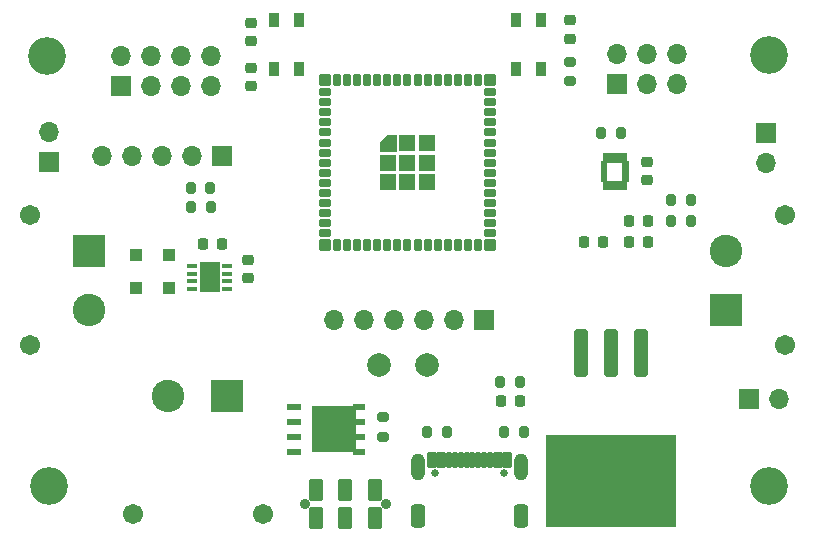
<source format=gbr>
%TF.GenerationSoftware,KiCad,Pcbnew,8.0.5*%
%TF.CreationDate,2024-10-31T19:08:10-07:00*%
%TF.ProjectId,PIG-19,5049472d-3139-42e6-9b69-6361645f7063,rev?*%
%TF.SameCoordinates,Original*%
%TF.FileFunction,Soldermask,Top*%
%TF.FilePolarity,Negative*%
%FSLAX46Y46*%
G04 Gerber Fmt 4.6, Leading zero omitted, Abs format (unit mm)*
G04 Created by KiCad (PCBNEW 8.0.5) date 2024-10-31 19:08:10*
%MOMM*%
%LPD*%
G01*
G04 APERTURE LIST*
G04 Aperture macros list*
%AMRoundRect*
0 Rectangle with rounded corners*
0 $1 Rounding radius*
0 $2 $3 $4 $5 $6 $7 $8 $9 X,Y pos of 4 corners*
0 Add a 4 corners polygon primitive as box body*
4,1,4,$2,$3,$4,$5,$6,$7,$8,$9,$2,$3,0*
0 Add four circle primitives for the rounded corners*
1,1,$1+$1,$2,$3*
1,1,$1+$1,$4,$5*
1,1,$1+$1,$6,$7*
1,1,$1+$1,$8,$9*
0 Add four rect primitives between the rounded corners*
20,1,$1+$1,$2,$3,$4,$5,0*
20,1,$1+$1,$4,$5,$6,$7,0*
20,1,$1+$1,$6,$7,$8,$9,0*
20,1,$1+$1,$8,$9,$2,$3,0*%
G04 Aperture macros list end*
%ADD10C,0.010000*%
%ADD11R,1.700000X1.700000*%
%ADD12O,1.700000X1.700000*%
%ADD13RoundRect,0.200000X-0.200000X-0.275000X0.200000X-0.275000X0.200000X0.275000X-0.200000X0.275000X0*%
%ADD14RoundRect,0.200000X0.200000X0.275000X-0.200000X0.275000X-0.200000X-0.275000X0.200000X-0.275000X0*%
%ADD15RoundRect,0.250000X0.300000X0.300000X-0.300000X0.300000X-0.300000X-0.300000X0.300000X-0.300000X0*%
%ADD16RoundRect,0.225000X0.225000X0.250000X-0.225000X0.250000X-0.225000X-0.250000X0.225000X-0.250000X0*%
%ADD17R,1.270000X0.610000*%
%ADD18R,3.810000X3.910000*%
%ADD19R,1.020000X0.610000*%
%ADD20C,3.200000*%
%ADD21RoundRect,0.200000X-0.275000X0.200000X-0.275000X-0.200000X0.275000X-0.200000X0.275000X0.200000X0*%
%ADD22RoundRect,0.102000X0.325000X-0.525000X0.325000X0.525000X-0.325000X0.525000X-0.325000X-0.525000X0*%
%ADD23RoundRect,0.218750X0.218750X0.256250X-0.218750X0.256250X-0.218750X-0.256250X0.218750X-0.256250X0*%
%ADD24C,2.000000*%
%ADD25RoundRect,0.225000X-0.225000X-0.250000X0.225000X-0.250000X0.225000X0.250000X-0.225000X0.250000X0*%
%ADD26C,2.754000*%
%ADD27RoundRect,0.102000X-1.275000X1.275000X-1.275000X-1.275000X1.275000X-1.275000X1.275000X1.275000X0*%
%ADD28C,1.712000*%
%ADD29RoundRect,0.225000X-0.250000X0.225000X-0.250000X-0.225000X0.250000X-0.225000X0.250000X0.225000X0*%
%ADD30RoundRect,0.102000X1.275000X1.275000X-1.275000X1.275000X-1.275000X-1.275000X1.275000X-1.275000X0*%
%ADD31C,0.650000*%
%ADD32RoundRect,0.102000X-0.300000X-0.575000X0.300000X-0.575000X0.300000X0.575000X-0.300000X0.575000X0*%
%ADD33RoundRect,0.102000X-0.150000X-0.575000X0.150000X-0.575000X0.150000X0.575000X-0.150000X0.575000X0*%
%ADD34O,1.204000X2.304000*%
%ADD35RoundRect,0.301000X-0.301000X-0.701000X0.301000X-0.701000X0.301000X0.701000X-0.301000X0.701000X0*%
%ADD36R,0.931065X0.302473*%
%ADD37R,1.749999X2.500000*%
%ADD38RoundRect,0.102000X-0.400000X-0.200000X0.400000X-0.200000X0.400000X0.200000X-0.400000X0.200000X0*%
%ADD39RoundRect,0.102000X-0.200000X-0.400000X0.200000X-0.400000X0.200000X0.400000X-0.200000X0.400000X0*%
%ADD40RoundRect,0.102000X-0.600000X-0.600000X0.600000X-0.600000X0.600000X0.600000X-0.600000X0.600000X0*%
%ADD41RoundRect,0.102000X-0.400000X-0.400000X0.400000X-0.400000X0.400000X0.400000X-0.400000X0.400000X0*%
%ADD42C,0.900000*%
%ADD43RoundRect,0.102000X-0.500000X-0.800000X0.500000X-0.800000X0.500000X0.800000X-0.500000X0.800000X0*%
%ADD44RoundRect,0.102000X0.500000X0.800000X-0.500000X0.800000X-0.500000X-0.800000X0.500000X-0.800000X0*%
%ADD45RoundRect,0.149250X-0.447750X1.847750X-0.447750X-1.847750X0.447750X-1.847750X0.447750X1.847750X0*%
%ADD46RoundRect,0.102000X-5.420000X3.810000X-5.420000X-3.810000X5.420000X-3.810000X5.420000X3.810000X0*%
%ADD47RoundRect,0.225000X0.250000X-0.225000X0.250000X0.225000X-0.250000X0.225000X-0.250000X-0.225000X0*%
%ADD48RoundRect,0.200000X0.275000X-0.200000X0.275000X0.200000X-0.275000X0.200000X-0.275000X-0.200000X0*%
%ADD49RoundRect,0.102000X1.275000X-1.275000X1.275000X1.275000X-1.275000X1.275000X-1.275000X-1.275000X0*%
G04 APERTURE END LIST*
D10*
%TO.C,MCU1*%
X158921955Y-67202518D02*
X157521955Y-67202518D01*
X157521955Y-66452518D01*
X158171955Y-65802518D01*
X158921955Y-65802518D01*
X158921955Y-67202518D01*
G36*
X158921955Y-67202518D02*
G01*
X157521955Y-67202518D01*
X157521955Y-66452518D01*
X158171955Y-65802518D01*
X158921955Y-65802518D01*
X158921955Y-67202518D01*
G37*
%TO.C,Accelerometer1*%
X176681955Y-68732518D02*
X176231955Y-68732518D01*
X176231955Y-68022518D01*
X176681955Y-68022518D01*
X176681955Y-68732518D01*
G36*
X176681955Y-68732518D02*
G01*
X176231955Y-68732518D01*
X176231955Y-68022518D01*
X176681955Y-68022518D01*
X176681955Y-68732518D01*
G37*
X176681955Y-69232518D02*
X176231955Y-69232518D01*
X176231955Y-68522518D01*
X176681955Y-68522518D01*
X176681955Y-69232518D01*
G36*
X176681955Y-69232518D02*
G01*
X176231955Y-69232518D01*
X176231955Y-68522518D01*
X176681955Y-68522518D01*
X176681955Y-69232518D01*
G37*
X176681955Y-69732518D02*
X176231955Y-69732518D01*
X176231955Y-69022518D01*
X176681955Y-69022518D01*
X176681955Y-69732518D01*
G36*
X176681955Y-69732518D02*
G01*
X176231955Y-69732518D01*
X176231955Y-69022518D01*
X176681955Y-69022518D01*
X176681955Y-69732518D01*
G37*
X176846955Y-68072518D02*
X176396955Y-68072518D01*
X176396955Y-67362518D01*
X176846955Y-67362518D01*
X176846955Y-68072518D01*
G36*
X176846955Y-68072518D02*
G01*
X176396955Y-68072518D01*
X176396955Y-67362518D01*
X176846955Y-67362518D01*
X176846955Y-68072518D01*
G37*
X176846955Y-70392518D02*
X176396955Y-70392518D01*
X176396955Y-69682518D01*
X176846955Y-69682518D01*
X176846955Y-70392518D01*
G36*
X176846955Y-70392518D02*
G01*
X176396955Y-70392518D01*
X176396955Y-69682518D01*
X176846955Y-69682518D01*
X176846955Y-70392518D01*
G37*
X177346955Y-68072518D02*
X176896955Y-68072518D01*
X176896955Y-67362518D01*
X177346955Y-67362518D01*
X177346955Y-68072518D01*
G36*
X177346955Y-68072518D02*
G01*
X176896955Y-68072518D01*
X176896955Y-67362518D01*
X177346955Y-67362518D01*
X177346955Y-68072518D01*
G37*
X177346955Y-70392518D02*
X176896955Y-70392518D01*
X176896955Y-69682518D01*
X177346955Y-69682518D01*
X177346955Y-70392518D01*
G36*
X177346955Y-70392518D02*
G01*
X176896955Y-70392518D01*
X176896955Y-69682518D01*
X177346955Y-69682518D01*
X177346955Y-70392518D01*
G37*
X177846955Y-68072518D02*
X177396955Y-68072518D01*
X177396955Y-67362518D01*
X177846955Y-67362518D01*
X177846955Y-68072518D01*
G36*
X177846955Y-68072518D02*
G01*
X177396955Y-68072518D01*
X177396955Y-67362518D01*
X177846955Y-67362518D01*
X177846955Y-68072518D01*
G37*
X177846955Y-70392518D02*
X177396955Y-70392518D01*
X177396955Y-69682518D01*
X177846955Y-69682518D01*
X177846955Y-70392518D01*
G36*
X177846955Y-70392518D02*
G01*
X177396955Y-70392518D01*
X177396955Y-69682518D01*
X177846955Y-69682518D01*
X177846955Y-70392518D01*
G37*
X178346955Y-68072518D02*
X177896955Y-68072518D01*
X177896955Y-67362518D01*
X178346955Y-67362518D01*
X178346955Y-68072518D01*
G36*
X178346955Y-68072518D02*
G01*
X177896955Y-68072518D01*
X177896955Y-67362518D01*
X178346955Y-67362518D01*
X178346955Y-68072518D01*
G37*
X178346955Y-70392518D02*
X177896955Y-70392518D01*
X177896955Y-69682518D01*
X178346955Y-69682518D01*
X178346955Y-70392518D01*
G36*
X178346955Y-70392518D02*
G01*
X177896955Y-70392518D01*
X177896955Y-69682518D01*
X178346955Y-69682518D01*
X178346955Y-70392518D01*
G37*
X178511955Y-68732518D02*
X178061955Y-68732518D01*
X178061955Y-68022518D01*
X178511955Y-68022518D01*
X178511955Y-68732518D01*
G36*
X178511955Y-68732518D02*
G01*
X178061955Y-68732518D01*
X178061955Y-68022518D01*
X178511955Y-68022518D01*
X178511955Y-68732518D01*
G37*
X178511955Y-69232518D02*
X178061955Y-69232518D01*
X178061955Y-68522518D01*
X178511955Y-68522518D01*
X178511955Y-69232518D01*
G36*
X178511955Y-69232518D02*
G01*
X178061955Y-69232518D01*
X178061955Y-68522518D01*
X178511955Y-68522518D01*
X178511955Y-69232518D01*
G37*
X178511955Y-69732518D02*
X178061955Y-69732518D01*
X178061955Y-69022518D01*
X178511955Y-69022518D01*
X178511955Y-69732518D01*
G36*
X178511955Y-69732518D02*
G01*
X178061955Y-69732518D01*
X178061955Y-69022518D01*
X178511955Y-69022518D01*
X178511955Y-69732518D01*
G37*
%TD*%
D11*
%TO.C,J6*%
X129496955Y-68127518D03*
D12*
X129496955Y-65587518D03*
%TD*%
D13*
%TO.C,R9*%
X182196955Y-71277518D03*
X183846955Y-71277518D03*
%TD*%
D14*
%TO.C,R10*%
X143156955Y-70292518D03*
X141506955Y-70292518D03*
%TD*%
D15*
%TO.C,D2*%
X139671955Y-76000000D03*
X136871955Y-76000000D03*
%TD*%
D14*
%TO.C,R1*%
X169371955Y-86727518D03*
X167721955Y-86727518D03*
%TD*%
D16*
%TO.C,C2*%
X180196955Y-74877518D03*
X178646955Y-74877518D03*
%TD*%
D17*
%TO.C,Q1*%
X150261955Y-88837518D03*
X150261955Y-90107518D03*
X150261955Y-91377518D03*
X150261955Y-92647518D03*
D18*
X153621955Y-90742518D03*
D19*
X155726955Y-88837518D03*
X155726955Y-90107518D03*
X155726955Y-91377518D03*
X155726955Y-92647518D03*
%TD*%
D20*
%TO.C,H4*%
X129376410Y-59085975D03*
%TD*%
D21*
%TO.C,R3*%
X173621955Y-59627518D03*
X173621955Y-61277518D03*
%TD*%
D11*
%TO.C,BNO1*%
X144196955Y-67627518D03*
D12*
X141656955Y-67627518D03*
X139116955Y-67627518D03*
X136576955Y-67627518D03*
X134036955Y-67627518D03*
%TD*%
D13*
%TO.C,R7*%
X176296955Y-65627518D03*
X177946955Y-65627518D03*
%TD*%
D20*
%TO.C,H1*%
X190495545Y-59025975D03*
%TD*%
D22*
%TO.C,SW4*%
X169046955Y-60202518D03*
X169046955Y-56052518D03*
X171196955Y-60202518D03*
X171196955Y-56052518D03*
%TD*%
%TO.C,SW1*%
X148546955Y-60202518D03*
X148546955Y-56052518D03*
X150696955Y-60202518D03*
X150696955Y-56052518D03*
%TD*%
D23*
%TO.C,D1*%
X169371955Y-88377518D03*
X167796955Y-88377518D03*
%TD*%
D14*
%TO.C,R8*%
X183871955Y-73127518D03*
X182221955Y-73127518D03*
%TD*%
D24*
%TO.C,TP1*%
X157450000Y-85250000D03*
%TD*%
D20*
%TO.C,H2*%
X129504455Y-95560000D03*
%TD*%
D25*
%TO.C,C1*%
X142596955Y-75052517D03*
X144146955Y-75052517D03*
%TD*%
D26*
%TO.C,J2*%
X186871955Y-75627518D03*
D27*
X186871955Y-80627518D03*
D28*
X191871955Y-83627518D03*
X191871955Y-72627518D03*
%TD*%
D29*
%TO.C,C6*%
X146371955Y-76377518D03*
X146371955Y-77927518D03*
%TD*%
D26*
%TO.C,J9*%
X139621955Y-87871768D03*
D30*
X144621955Y-87871768D03*
D28*
X136621955Y-97871768D03*
X147621955Y-97871768D03*
%TD*%
D31*
%TO.C,J11*%
X162231955Y-94397518D03*
X168011955Y-94397518D03*
D32*
X161921955Y-93322518D03*
X162721955Y-93322518D03*
D33*
X163871955Y-93322518D03*
X164871955Y-93322518D03*
X165371955Y-93322518D03*
X166371955Y-93322518D03*
D32*
X168321955Y-93322518D03*
X167521955Y-93322518D03*
D33*
X166871955Y-93322518D03*
X165871955Y-93322518D03*
X164371955Y-93322518D03*
X163371955Y-93322518D03*
D34*
X160801955Y-93897518D03*
X169441955Y-93897518D03*
D35*
X160801955Y-98077518D03*
X169441955Y-98077518D03*
%TD*%
D25*
%TO.C,C8*%
X178646955Y-73077518D03*
X180196955Y-73077518D03*
%TD*%
D13*
%TO.C,R5*%
X168046955Y-90927518D03*
X169696955Y-90927518D03*
%TD*%
D11*
%TO.C,LED1*%
X177596955Y-61527518D03*
D12*
X177596955Y-58987518D03*
X180136955Y-61527518D03*
X180136955Y-58987518D03*
X182676955Y-61527518D03*
X182676955Y-58987518D03*
%TD*%
D36*
%TO.C,LDO1*%
X144612488Y-78852517D03*
X144612488Y-78202519D03*
X144612488Y-77552517D03*
X144612488Y-76902519D03*
X141631422Y-76902519D03*
X141631422Y-77552517D03*
X141631422Y-78202519D03*
X141631422Y-78852517D03*
D37*
X143121955Y-77877518D03*
%TD*%
D38*
%TO.C,MCU1*%
X152871955Y-62202518D03*
X152871955Y-63052518D03*
X152871955Y-63902518D03*
X152871955Y-64752518D03*
X152871955Y-65602518D03*
X152871955Y-66452518D03*
X152871955Y-67302518D03*
X152871955Y-68152518D03*
X152871955Y-69002518D03*
X152871955Y-69852518D03*
X152871955Y-70702518D03*
X152871955Y-71552518D03*
X152871955Y-72402518D03*
X152871955Y-73252518D03*
X152871955Y-74102518D03*
D39*
X153921955Y-75152518D03*
X154771955Y-75152518D03*
X155621955Y-75152518D03*
X156471955Y-75152518D03*
X157321955Y-75152518D03*
X158171955Y-75152518D03*
X159021955Y-75152518D03*
X159871955Y-75152518D03*
X160721955Y-75152518D03*
X161571955Y-75152518D03*
X162421955Y-75152518D03*
X163271955Y-75152518D03*
X164121955Y-75152518D03*
X164971955Y-75152518D03*
X165821955Y-75152518D03*
D38*
X166871955Y-74102518D03*
X166871955Y-73252518D03*
X166871955Y-72402518D03*
X166871955Y-71552518D03*
X166871955Y-70702518D03*
X166871955Y-69852518D03*
X166871955Y-69002518D03*
X166871955Y-68152518D03*
X166871955Y-67302518D03*
X166871955Y-66452518D03*
X166871955Y-65602518D03*
X166871955Y-64752518D03*
X166871955Y-63902518D03*
X166871955Y-63052518D03*
X166871955Y-62202518D03*
D39*
X165821955Y-61152518D03*
X164971955Y-61152518D03*
X164121955Y-61152518D03*
X163271955Y-61152518D03*
X162421955Y-61152518D03*
X161571955Y-61152518D03*
X160721955Y-61152518D03*
X159871955Y-61152518D03*
X159021955Y-61152518D03*
X158171955Y-61152518D03*
X157321955Y-61152518D03*
X156471955Y-61152518D03*
X155621955Y-61152518D03*
X154771955Y-61152518D03*
X153921955Y-61152518D03*
D40*
X159871955Y-68152518D03*
X159871955Y-66502518D03*
X161521955Y-66502518D03*
X161521955Y-68152518D03*
X161521955Y-69802518D03*
X159871955Y-69802518D03*
X158221955Y-69802518D03*
X158221955Y-68152518D03*
D41*
X152871955Y-61152518D03*
X152871955Y-75152518D03*
X166871955Y-75152518D03*
X166871955Y-61152518D03*
%TD*%
D42*
%TO.C,SW3*%
X151221955Y-97077518D03*
X158021955Y-97077518D03*
D43*
X152121955Y-95877518D03*
D44*
X152121955Y-98277518D03*
D43*
X154621955Y-95877518D03*
D44*
X154621955Y-98277518D03*
D43*
X157121955Y-95877518D03*
D44*
X157121955Y-98277518D03*
%TD*%
D11*
%TO.C,LM298NPWR1*%
X188825000Y-88200000D03*
D12*
X191365000Y-88200000D03*
%TD*%
D11*
%TO.C,RescueDCPin1*%
X166370000Y-81500000D03*
D12*
X163830000Y-81500000D03*
X161290000Y-81500000D03*
X158750000Y-81500000D03*
X156210000Y-81500000D03*
X153670000Y-81500000D03*
%TD*%
D45*
%TO.C,U1*%
X179661955Y-84247518D03*
X177121955Y-84247518D03*
X174581955Y-84247518D03*
D46*
X177121955Y-95127518D03*
%TD*%
D47*
%TO.C,C4*%
X146621955Y-57877518D03*
X146621955Y-56327518D03*
%TD*%
D29*
%TO.C,C3*%
X173621955Y-56102518D03*
X173621955Y-57652518D03*
%TD*%
D14*
%TO.C,R6*%
X163196955Y-90927518D03*
X161546955Y-90927518D03*
%TD*%
D11*
%TO.C,J5*%
X190246955Y-65627518D03*
D12*
X190246955Y-68167518D03*
%TD*%
D20*
%TO.C,H3*%
X190500000Y-95500000D03*
%TD*%
D24*
%TO.C,TP2*%
X161500000Y-85250000D03*
%TD*%
D29*
%TO.C,C5*%
X146621955Y-60102518D03*
X146621955Y-61652518D03*
%TD*%
D11*
%TO.C,USS1*%
X135621955Y-61667518D03*
D12*
X135621955Y-59127518D03*
X138161955Y-61667518D03*
X138161955Y-59127518D03*
X140701955Y-61667518D03*
X140701955Y-59127518D03*
X143241955Y-61667518D03*
X143241955Y-59127518D03*
%TD*%
D15*
%TO.C,D3*%
X139650000Y-78750000D03*
X136850000Y-78750000D03*
%TD*%
D25*
%TO.C,C9*%
X174846955Y-74877518D03*
X176396955Y-74877518D03*
%TD*%
D13*
%TO.C,R4*%
X141546955Y-71877518D03*
X143196955Y-71877518D03*
%TD*%
D47*
%TO.C,C7*%
X180121955Y-69652518D03*
X180121955Y-68102518D03*
%TD*%
D48*
%TO.C,R2*%
X157771955Y-91352518D03*
X157771955Y-89702518D03*
%TD*%
D26*
%TO.C,J1*%
X132871955Y-80627518D03*
D49*
X132871955Y-75627518D03*
D28*
X127871955Y-72627518D03*
X127871955Y-83627518D03*
%TD*%
M02*

</source>
